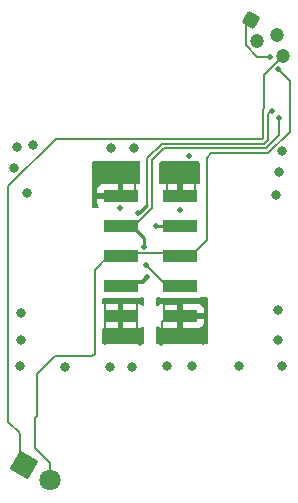
<source format=gbr>
%TF.GenerationSoftware,KiCad,Pcbnew,8.0.2*%
%TF.CreationDate,2024-12-22T14:20:04+01:00*%
%TF.ProjectId,_4mm_sleeper_w_IR,5f346d6d-5f73-46c6-9565-7065725f775f,rev?*%
%TF.SameCoordinates,Original*%
%TF.FileFunction,Copper,L2,Bot*%
%TF.FilePolarity,Positive*%
%FSLAX46Y46*%
G04 Gerber Fmt 4.6, Leading zero omitted, Abs format (unit mm)*
G04 Created by KiCad (PCBNEW 8.0.2) date 2024-12-22 14:20:04*
%MOMM*%
%LPD*%
G01*
G04 APERTURE LIST*
G04 Aperture macros list*
%AMRoundRect*
0 Rectangle with rounded corners*
0 $1 Rounding radius*
0 $2 $3 $4 $5 $6 $7 $8 $9 X,Y pos of 4 corners*
0 Add a 4 corners polygon primitive as box body*
4,1,4,$2,$3,$4,$5,$6,$7,$8,$9,$2,$3,0*
0 Add four circle primitives for the rounded corners*
1,1,$1+$1,$2,$3*
1,1,$1+$1,$4,$5*
1,1,$1+$1,$6,$7*
1,1,$1+$1,$8,$9*
0 Add four rect primitives between the rounded corners*
20,1,$1+$1,$2,$3,$4,$5,0*
20,1,$1+$1,$4,$5,$6,$7,0*
20,1,$1+$1,$6,$7,$8,$9,0*
20,1,$1+$1,$8,$9,$2,$3,0*%
%AMRotRect*
0 Rectangle, with rotation*
0 The origin of the aperture is its center*
0 $1 length*
0 $2 width*
0 $3 Rotation angle, in degrees counterclockwise*
0 Add horizontal line*
21,1,$1,$2,0,0,$3*%
G04 Aperture macros list end*
%TA.AperFunction,ComponentPad*%
%ADD10RoundRect,0.249600X-0.478655X-0.128255X0.128255X-0.478655X0.478655X0.128255X-0.128255X0.478655X0*%
%TD*%
%TA.AperFunction,ComponentPad*%
%ADD11C,1.200000*%
%TD*%
%TA.AperFunction,ComponentPad*%
%ADD12RotRect,1.800000X1.800000X330.000000*%
%TD*%
%TA.AperFunction,ComponentPad*%
%ADD13C,1.800000*%
%TD*%
%TA.AperFunction,SMDPad,CuDef*%
%ADD14R,3.000000X1.000000*%
%TD*%
%TA.AperFunction,ViaPad*%
%ADD15C,0.800000*%
%TD*%
%TA.AperFunction,ViaPad*%
%ADD16C,0.500000*%
%TD*%
%TA.AperFunction,Conductor*%
%ADD17C,0.200000*%
%TD*%
%TA.AperFunction,Conductor*%
%ADD18C,0.250000*%
%TD*%
%TA.AperFunction,Conductor*%
%ADD19C,0.300000*%
%TD*%
G04 APERTURE END LIST*
D10*
%TO.P,U101,1,Vs*%
%TO.N,VCC*%
X129057892Y-78090860D03*
D11*
%TO.P,U101,2,OUT*%
%TO.N,/OUT*%
X129522744Y-79825712D03*
%TO.P,U101,3,GND*%
%TO.N,GND*%
X131257597Y-79360860D03*
%TO.P,U101,4,GLo*%
%TO.N,Net-(D101-K)*%
X131722448Y-81095712D03*
%TD*%
D12*
%TO.P,D101,1,K*%
%TO.N,Net-(D101-K)*%
X109806354Y-115764116D03*
D13*
%TO.P,D101,2,A*%
%TO.N,VCC*%
X112006059Y-117034116D03*
%TD*%
D14*
%TO.P,J106,1,Pin_1*%
%TO.N,/A*%
X118003000Y-92964000D03*
%TO.P,J106,2,Pin_2*%
%TO.N,/D*%
X123043000Y-92964000D03*
%TO.P,J106,3,Pin_3*%
%TO.N,GND*%
X118003000Y-95504000D03*
%TO.P,J106,4,Pin_4*%
%TO.N,/OUT*%
X123043000Y-95504000D03*
%TO.P,J106,5,Pin_5*%
%TO.N,VCC*%
X118003000Y-98044000D03*
%TO.P,J106,6,Pin_6*%
X123043000Y-98044000D03*
%TO.P,J106,7,Pin_7*%
%TO.N,/OUT*%
X118003000Y-100584000D03*
%TO.P,J106,8,Pin_8*%
%TO.N,GND*%
X123043000Y-100584000D03*
%TO.P,J106,9,Pin_9*%
%TO.N,/B*%
X118003000Y-103124000D03*
%TO.P,J106,10,Pin_10*%
%TO.N,/C*%
X123043000Y-103124000D03*
%TD*%
D15*
%TO.N,/A*%
X119126000Y-88900000D03*
%TO.N,/B*%
X118999000Y-107442000D03*
%TO.N,/C*%
X121920000Y-107315000D03*
D16*
%TO.N,GND*%
X120015000Y-97240000D03*
X120142000Y-98806000D03*
X131445000Y-86360000D03*
%TO.N,VCC*%
X131372489Y-82223489D03*
X130674037Y-81153494D03*
D15*
%TO.N,/A*%
X109220000Y-88773000D03*
D16*
X115951000Y-92964000D03*
D15*
X117221000Y-88900000D03*
X110617000Y-88646000D03*
X108966000Y-90551000D03*
D16*
X115951000Y-90297000D03*
X117983000Y-91694000D03*
D15*
X110109000Y-92710000D03*
D16*
X119000000Y-90500000D03*
X117983000Y-93980000D03*
%TO.N,/OUT*%
X121031000Y-95504000D03*
X120272543Y-99822000D03*
X119454591Y-94435591D03*
X130810000Y-85725000D03*
%TO.N,/B*%
X118110000Y-104394000D03*
D15*
X109601000Y-105156000D03*
X109601000Y-102870000D03*
X117094000Y-107442000D03*
D16*
X116713000Y-105283000D03*
D15*
X113284000Y-107442000D03*
X109474000Y-107315000D03*
D16*
X117983000Y-101981000D03*
X119634000Y-105410000D03*
D15*
%TO.N,/C*%
X131318000Y-102616000D03*
D16*
X123063000Y-104521000D03*
X123063000Y-102108000D03*
D15*
X128016000Y-107315000D03*
D16*
X124968000Y-105283000D03*
D15*
X131318000Y-105156000D03*
X124079000Y-107315000D03*
D16*
X121412000Y-105410000D03*
D15*
X131699000Y-107315000D03*
D16*
%TO.N,/D*%
X124333000Y-90297000D03*
D15*
X131191000Y-92837000D03*
D16*
X123063000Y-91694000D03*
X121666000Y-90297000D03*
X123825000Y-89535000D03*
D15*
X131699000Y-89154000D03*
D16*
X123063000Y-94107000D03*
D15*
X131445000Y-90932000D03*
%TD*%
D17*
%TO.N,GND*%
X121666000Y-100330000D02*
X123043000Y-100330000D01*
D18*
X120015000Y-96520000D02*
X120015000Y-97240000D01*
D17*
X118003000Y-95504000D02*
X119164000Y-95504000D01*
X120669000Y-89896686D02*
X120669000Y-93999000D01*
X119164000Y-95504000D02*
X120669000Y-93999000D01*
X120142000Y-98806000D02*
X121666000Y-100330000D01*
X121646686Y-88919000D02*
X120669000Y-89896686D01*
X130352314Y-88919000D02*
X121646686Y-88919000D01*
X131445000Y-87826314D02*
X130352314Y-88919000D01*
X131445000Y-86360000D02*
X131445000Y-87826314D01*
D18*
X118003000Y-95504000D02*
X118999000Y-95504000D01*
X118999000Y-95504000D02*
X120015000Y-96520000D01*
D17*
X118003000Y-95504000D02*
X119380000Y-95504000D01*
%TO.N,VCC*%
X132334000Y-87503000D02*
X132334000Y-83185000D01*
X128622744Y-78526008D02*
X129057892Y-78090860D01*
X112006058Y-115562058D02*
X110744000Y-114300000D01*
X110744000Y-111760000D02*
X110901522Y-111602478D01*
X115824000Y-99187000D02*
X117221000Y-97790000D01*
X110901522Y-111221478D02*
X110901468Y-111125054D01*
X110900687Y-109728197D02*
X110900000Y-109727510D01*
X125300000Y-96696000D02*
X125300000Y-89711000D01*
X110901522Y-111602478D02*
X110901522Y-111221478D01*
X125692000Y-89319000D02*
X130518000Y-89319000D01*
X110900000Y-109727510D02*
X110900000Y-108048000D01*
X117221000Y-97790000D02*
X124206000Y-97790000D01*
X112448000Y-106500000D02*
X115623000Y-106500000D01*
X125300000Y-89711000D02*
X125692000Y-89319000D01*
X132334000Y-83185000D02*
X131372489Y-82223489D01*
X112006058Y-117034116D02*
X112006058Y-115562058D01*
X110901468Y-111125054D02*
X110900687Y-109728197D01*
X110744000Y-114300000D02*
X110744000Y-111760000D01*
X130674037Y-81153494D02*
X129577733Y-81153494D01*
X124206000Y-97790000D02*
X125300000Y-96696000D01*
X128622744Y-80198505D02*
X128622744Y-78526008D01*
X115824000Y-106299000D02*
X115824000Y-99187000D01*
X130518000Y-89319000D02*
X132334000Y-87503000D01*
X115623000Y-106500000D02*
X115824000Y-106299000D01*
X129577733Y-81153494D02*
X128622744Y-80198505D01*
X110900000Y-108048000D02*
X112448000Y-106500000D01*
%TO.N,Net-(D101-K)*%
X109474000Y-114681000D02*
X109474000Y-113030000D01*
X109806354Y-115764116D02*
X109806354Y-115013354D01*
X112514657Y-88119000D02*
X130020942Y-88119000D01*
X108500000Y-112056000D02*
X108500000Y-92133657D01*
X130100273Y-87503000D02*
X130110966Y-83693177D01*
X130100273Y-88039669D02*
X130100273Y-87503000D01*
X130020942Y-88119000D02*
X130100273Y-88039669D01*
X108500000Y-92133657D02*
X112514657Y-88119000D01*
X130110966Y-82707194D02*
X131722448Y-81095712D01*
X109806354Y-115013354D02*
X109474000Y-114681000D01*
X109474000Y-113030000D02*
X108500000Y-112056000D01*
X130110966Y-83693177D02*
X130110966Y-82707194D01*
%TO.N,/A*%
X119000000Y-91441000D02*
X119253000Y-91694000D01*
X119253000Y-91694000D02*
X119253000Y-92964000D01*
X119000000Y-90500000D02*
X119000000Y-91441000D01*
X119253000Y-92964000D02*
X118003000Y-92964000D01*
%TO.N,/OUT*%
X121481000Y-88519000D02*
X120269000Y-89731000D01*
X121920000Y-95250000D02*
X121920000Y-95631000D01*
X120269000Y-89731000D02*
X120269000Y-93726000D01*
X130810000Y-85725000D02*
X130504407Y-86030593D01*
X130504407Y-86030593D02*
X130500625Y-87378003D01*
X130186628Y-88519000D02*
X121481000Y-88519000D01*
D19*
X119891543Y-100203000D02*
X118384000Y-100203000D01*
D18*
X119559409Y-94435591D02*
X120244000Y-93751000D01*
D19*
X118384000Y-100203000D02*
X118003000Y-100584000D01*
D18*
X119454591Y-94435591D02*
X119559409Y-94435591D01*
D17*
X130500625Y-87378003D02*
X130500625Y-88205003D01*
D18*
X123043000Y-95504000D02*
X121031000Y-95504000D01*
D17*
X118999000Y-100330000D02*
X118003000Y-100330000D01*
X130500625Y-88205003D02*
X130186628Y-88519000D01*
D19*
X120272543Y-99822000D02*
X119891543Y-100203000D01*
D18*
X120244000Y-93751000D02*
X120244000Y-93726000D01*
D17*
%TO.N,/B*%
X119380000Y-104394000D02*
X119380000Y-103124000D01*
X117983000Y-101981000D02*
X116713000Y-101981000D01*
X116713000Y-105283000D02*
X116713000Y-103124000D01*
X118110000Y-104394000D02*
X119380000Y-104394000D01*
X119380000Y-101981000D02*
X119380000Y-103124000D01*
X119380000Y-103124000D02*
X118003000Y-103124000D01*
X116713000Y-103124000D02*
X118003000Y-103124000D01*
X116713000Y-101981000D02*
X116713000Y-103124000D01*
X117983000Y-101981000D02*
X119380000Y-101981000D01*
%TO.N,/C*%
X122047000Y-103124000D02*
X123043000Y-103124000D01*
X121666000Y-102108000D02*
X121666000Y-103124000D01*
X123063000Y-102108000D02*
X121666000Y-102108000D01*
X121539000Y-103632000D02*
X122047000Y-103124000D01*
X123063000Y-104521000D02*
X121539000Y-104521000D01*
X121666000Y-103124000D02*
X123043000Y-103124000D01*
X121539000Y-104521000D02*
X121539000Y-103632000D01*
%TO.N,/D*%
X121666000Y-90297000D02*
X121920000Y-90551000D01*
X124333000Y-90297000D02*
X124333000Y-92964000D01*
X121920000Y-90551000D02*
X121920000Y-92964000D01*
X124333000Y-92964000D02*
X123043000Y-92964000D01*
X121920000Y-92964000D02*
X123043000Y-92964000D01*
%TD*%
%TA.AperFunction,Conductor*%
%TO.N,/A*%
G36*
X119611539Y-90019685D02*
G01*
X119657294Y-90072489D01*
X119668500Y-90124000D01*
X119668500Y-91840000D01*
X119648815Y-91907039D01*
X119596011Y-91952794D01*
X119544500Y-91964000D01*
X118253000Y-91964000D01*
X118253000Y-93090000D01*
X118233315Y-93157039D01*
X118180511Y-93202794D01*
X118129000Y-93214000D01*
X116003000Y-93214000D01*
X116003000Y-93511844D01*
X116009401Y-93571372D01*
X116009403Y-93571379D01*
X116059645Y-93706086D01*
X116059647Y-93706089D01*
X116131213Y-93801688D01*
X116155631Y-93867153D01*
X116140780Y-93935426D01*
X116091375Y-93984832D01*
X116031947Y-94000000D01*
X115724500Y-94000000D01*
X115657461Y-93980315D01*
X115611706Y-93927511D01*
X115600500Y-93876000D01*
X115600500Y-92416155D01*
X116003000Y-92416155D01*
X116003000Y-92714000D01*
X117753000Y-92714000D01*
X117753000Y-91964000D01*
X116455155Y-91964000D01*
X116395627Y-91970401D01*
X116395620Y-91970403D01*
X116260913Y-92020645D01*
X116260906Y-92020649D01*
X116145812Y-92106809D01*
X116145809Y-92106812D01*
X116059649Y-92221906D01*
X116059645Y-92221913D01*
X116009403Y-92356620D01*
X116009401Y-92356627D01*
X116003000Y-92416155D01*
X115600500Y-92416155D01*
X115600500Y-90124000D01*
X115620185Y-90056961D01*
X115672989Y-90011206D01*
X115724500Y-90000000D01*
X119544500Y-90000000D01*
X119611539Y-90019685D01*
G37*
%TD.AperFunction*%
%TD*%
%TA.AperFunction,Conductor*%
%TO.N,/D*%
G36*
X124642539Y-90019685D02*
G01*
X124688294Y-90072489D01*
X124699500Y-90124000D01*
X124699500Y-91840000D01*
X124679815Y-91907039D01*
X124627011Y-91952794D01*
X124575500Y-91964000D01*
X123293000Y-91964000D01*
X123293000Y-93090000D01*
X123273315Y-93157039D01*
X123220511Y-93202794D01*
X123169000Y-93214000D01*
X122917000Y-93214000D01*
X122849961Y-93194315D01*
X122804206Y-93141511D01*
X122793000Y-93090000D01*
X122793000Y-91964000D01*
X121495155Y-91964000D01*
X121435627Y-91970401D01*
X121428070Y-91972187D01*
X121427696Y-91970606D01*
X121367126Y-91974931D01*
X121305807Y-91941438D01*
X121272330Y-91880110D01*
X121269500Y-91853768D01*
X121269500Y-90196783D01*
X121289185Y-90129744D01*
X121305819Y-90109102D01*
X121378602Y-90036319D01*
X121439925Y-90002834D01*
X121466283Y-90000000D01*
X124575500Y-90000000D01*
X124642539Y-90019685D01*
G37*
%TD.AperFunction*%
%TD*%
%TA.AperFunction,Conductor*%
%TO.N,/C*%
G36*
X121289305Y-101519685D02*
G01*
X121296575Y-101524732D01*
X121300665Y-101527794D01*
X121300671Y-101527797D01*
X121435517Y-101578091D01*
X121435516Y-101578091D01*
X121442444Y-101578835D01*
X121495127Y-101584500D01*
X124590872Y-101584499D01*
X124650483Y-101578091D01*
X124785331Y-101527796D01*
X124785334Y-101527794D01*
X124789425Y-101524732D01*
X124854890Y-101500316D01*
X124863734Y-101500000D01*
X125275500Y-101500000D01*
X125342539Y-101519685D01*
X125388294Y-101572489D01*
X125399500Y-101624000D01*
X125399500Y-105376000D01*
X125379815Y-105443039D01*
X125327011Y-105488794D01*
X125275500Y-105500000D01*
X121124000Y-105500000D01*
X121056961Y-105480315D01*
X121011206Y-105427511D01*
X121000000Y-105376000D01*
X121000000Y-104089812D01*
X121019685Y-104022773D01*
X121072489Y-103977018D01*
X121141647Y-103967074D01*
X121198312Y-103990546D01*
X121300910Y-104067352D01*
X121300913Y-104067354D01*
X121435620Y-104117596D01*
X121435627Y-104117598D01*
X121495155Y-104123999D01*
X121495172Y-104124000D01*
X122793000Y-104124000D01*
X123293000Y-104124000D01*
X124590828Y-104124000D01*
X124590844Y-104123999D01*
X124650372Y-104117598D01*
X124650379Y-104117596D01*
X124785086Y-104067354D01*
X124785093Y-104067350D01*
X124900187Y-103981190D01*
X124900190Y-103981187D01*
X124986350Y-103866093D01*
X124986354Y-103866086D01*
X125036596Y-103731379D01*
X125036598Y-103731372D01*
X125042999Y-103671844D01*
X125043000Y-103671827D01*
X125043000Y-103374000D01*
X123293000Y-103374000D01*
X123293000Y-104124000D01*
X122793000Y-104124000D01*
X122793000Y-102874000D01*
X123293000Y-102874000D01*
X125043000Y-102874000D01*
X125043000Y-102576172D01*
X125042999Y-102576155D01*
X125036598Y-102516627D01*
X125036596Y-102516620D01*
X124986354Y-102381913D01*
X124986350Y-102381906D01*
X124900190Y-102266812D01*
X124900187Y-102266809D01*
X124785093Y-102180649D01*
X124785086Y-102180645D01*
X124650379Y-102130403D01*
X124650372Y-102130401D01*
X124590844Y-102124000D01*
X123293000Y-102124000D01*
X123293000Y-102874000D01*
X122793000Y-102874000D01*
X122793000Y-102124000D01*
X121495155Y-102124000D01*
X121435627Y-102130401D01*
X121435620Y-102130403D01*
X121300913Y-102180645D01*
X121300906Y-102180649D01*
X121198311Y-102257453D01*
X121132847Y-102281871D01*
X121064574Y-102267020D01*
X121015168Y-102217615D01*
X121000000Y-102158187D01*
X121000000Y-101624000D01*
X121019685Y-101556961D01*
X121072489Y-101511206D01*
X121124000Y-101500000D01*
X121222266Y-101500000D01*
X121289305Y-101519685D01*
G37*
%TD.AperFunction*%
%TD*%
%TA.AperFunction,Conductor*%
%TO.N,/B*%
G36*
X119943039Y-101519685D02*
G01*
X119988794Y-101572489D01*
X120000000Y-101624000D01*
X120000000Y-102123751D01*
X119980315Y-102190790D01*
X119927511Y-102236545D01*
X119858353Y-102246489D01*
X119801689Y-102223018D01*
X119745088Y-102180646D01*
X119745086Y-102180645D01*
X119610379Y-102130403D01*
X119610372Y-102130401D01*
X119550844Y-102124000D01*
X118253000Y-102124000D01*
X118253000Y-104124000D01*
X119550828Y-104124000D01*
X119550844Y-104123999D01*
X119610372Y-104117598D01*
X119610379Y-104117596D01*
X119745086Y-104067354D01*
X119745089Y-104067352D01*
X119801688Y-104024982D01*
X119867152Y-104000564D01*
X119935425Y-104015415D01*
X119984831Y-104064819D01*
X120000000Y-104124248D01*
X120000000Y-105376000D01*
X119980315Y-105443039D01*
X119927511Y-105488794D01*
X119876000Y-105500000D01*
X116548500Y-105500000D01*
X116481461Y-105480315D01*
X116435706Y-105427511D01*
X116424500Y-105376000D01*
X116424500Y-104248000D01*
X116444185Y-104180961D01*
X116496989Y-104135206D01*
X116548500Y-104124000D01*
X117753000Y-104124000D01*
X117753000Y-102124000D01*
X116548500Y-102124000D01*
X116481461Y-102104315D01*
X116435706Y-102051511D01*
X116424500Y-102000000D01*
X116424500Y-101708499D01*
X116444185Y-101641460D01*
X116496989Y-101595705D01*
X116548495Y-101584499D01*
X119550872Y-101584499D01*
X119610483Y-101578091D01*
X119745331Y-101527796D01*
X119745334Y-101527794D01*
X119749425Y-101524732D01*
X119814890Y-101500316D01*
X119823734Y-101500000D01*
X119876000Y-101500000D01*
X119943039Y-101519685D01*
G37*
%TD.AperFunction*%
%TD*%
M02*

</source>
